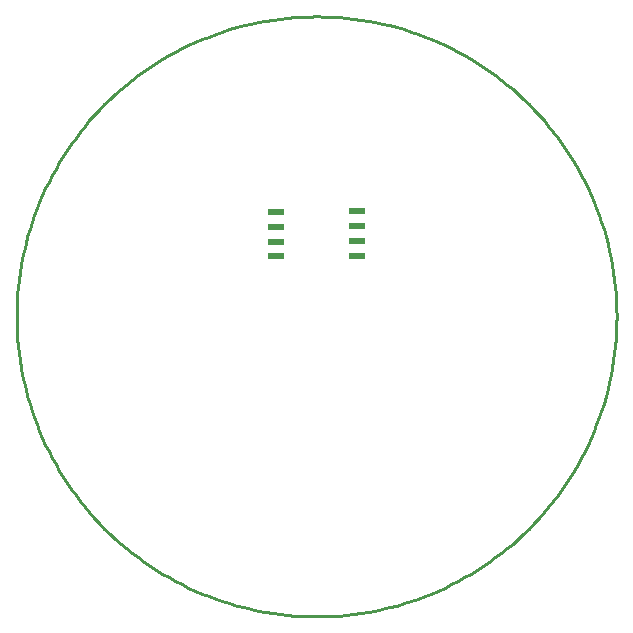
<source format=gbp>
G75*
%MOIN*%
%OFA0B0*%
%FSLAX25Y25*%
%IPPOS*%
%LPD*%
%AMOC8*
5,1,8,0,0,1.08239X$1,22.5*
%
%ADD10C,0.01000*%
%ADD11R,0.05512X0.01969*%
D10*
X0001500Y0114770D02*
X0001530Y0117224D01*
X0001620Y0119677D01*
X0001771Y0122126D01*
X0001982Y0124572D01*
X0002252Y0127011D01*
X0002582Y0129443D01*
X0002972Y0131866D01*
X0003421Y0134279D01*
X0003930Y0136680D01*
X0004497Y0139068D01*
X0005122Y0141441D01*
X0005806Y0143798D01*
X0006547Y0146138D01*
X0007346Y0148459D01*
X0008201Y0150760D01*
X0009112Y0153038D01*
X0010079Y0155294D01*
X0011101Y0157526D01*
X0012178Y0159731D01*
X0013308Y0161910D01*
X0014491Y0164060D01*
X0015727Y0166180D01*
X0017015Y0168270D01*
X0018353Y0170327D01*
X0019742Y0172351D01*
X0021179Y0174340D01*
X0022665Y0176293D01*
X0024199Y0178209D01*
X0025779Y0180087D01*
X0027405Y0181926D01*
X0029075Y0183724D01*
X0030789Y0185481D01*
X0032546Y0187195D01*
X0034344Y0188865D01*
X0036183Y0190491D01*
X0038061Y0192071D01*
X0039977Y0193605D01*
X0041930Y0195091D01*
X0043919Y0196528D01*
X0045943Y0197917D01*
X0048000Y0199255D01*
X0050090Y0200543D01*
X0052210Y0201779D01*
X0054360Y0202962D01*
X0056539Y0204092D01*
X0058744Y0205169D01*
X0060976Y0206191D01*
X0063232Y0207158D01*
X0065510Y0208069D01*
X0067811Y0208924D01*
X0070132Y0209723D01*
X0072472Y0210464D01*
X0074829Y0211148D01*
X0077202Y0211773D01*
X0079590Y0212340D01*
X0081991Y0212849D01*
X0084404Y0213298D01*
X0086827Y0213688D01*
X0089259Y0214018D01*
X0091698Y0214288D01*
X0094144Y0214499D01*
X0096593Y0214650D01*
X0099046Y0214740D01*
X0101500Y0214770D01*
X0103954Y0214740D01*
X0106407Y0214650D01*
X0108856Y0214499D01*
X0111302Y0214288D01*
X0113741Y0214018D01*
X0116173Y0213688D01*
X0118596Y0213298D01*
X0121009Y0212849D01*
X0123410Y0212340D01*
X0125798Y0211773D01*
X0128171Y0211148D01*
X0130528Y0210464D01*
X0132868Y0209723D01*
X0135189Y0208924D01*
X0137490Y0208069D01*
X0139768Y0207158D01*
X0142024Y0206191D01*
X0144256Y0205169D01*
X0146461Y0204092D01*
X0148640Y0202962D01*
X0150790Y0201779D01*
X0152910Y0200543D01*
X0155000Y0199255D01*
X0157057Y0197917D01*
X0159081Y0196528D01*
X0161070Y0195091D01*
X0163023Y0193605D01*
X0164939Y0192071D01*
X0166817Y0190491D01*
X0168656Y0188865D01*
X0170454Y0187195D01*
X0172211Y0185481D01*
X0173925Y0183724D01*
X0175595Y0181926D01*
X0177221Y0180087D01*
X0178801Y0178209D01*
X0180335Y0176293D01*
X0181821Y0174340D01*
X0183258Y0172351D01*
X0184647Y0170327D01*
X0185985Y0168270D01*
X0187273Y0166180D01*
X0188509Y0164060D01*
X0189692Y0161910D01*
X0190822Y0159731D01*
X0191899Y0157526D01*
X0192921Y0155294D01*
X0193888Y0153038D01*
X0194799Y0150760D01*
X0195654Y0148459D01*
X0196453Y0146138D01*
X0197194Y0143798D01*
X0197878Y0141441D01*
X0198503Y0139068D01*
X0199070Y0136680D01*
X0199579Y0134279D01*
X0200028Y0131866D01*
X0200418Y0129443D01*
X0200748Y0127011D01*
X0201018Y0124572D01*
X0201229Y0122126D01*
X0201380Y0119677D01*
X0201470Y0117224D01*
X0201500Y0114770D01*
X0201470Y0112316D01*
X0201380Y0109863D01*
X0201229Y0107414D01*
X0201018Y0104968D01*
X0200748Y0102529D01*
X0200418Y0100097D01*
X0200028Y0097674D01*
X0199579Y0095261D01*
X0199070Y0092860D01*
X0198503Y0090472D01*
X0197878Y0088099D01*
X0197194Y0085742D01*
X0196453Y0083402D01*
X0195654Y0081081D01*
X0194799Y0078780D01*
X0193888Y0076502D01*
X0192921Y0074246D01*
X0191899Y0072014D01*
X0190822Y0069809D01*
X0189692Y0067630D01*
X0188509Y0065480D01*
X0187273Y0063360D01*
X0185985Y0061270D01*
X0184647Y0059213D01*
X0183258Y0057189D01*
X0181821Y0055200D01*
X0180335Y0053247D01*
X0178801Y0051331D01*
X0177221Y0049453D01*
X0175595Y0047614D01*
X0173925Y0045816D01*
X0172211Y0044059D01*
X0170454Y0042345D01*
X0168656Y0040675D01*
X0166817Y0039049D01*
X0164939Y0037469D01*
X0163023Y0035935D01*
X0161070Y0034449D01*
X0159081Y0033012D01*
X0157057Y0031623D01*
X0155000Y0030285D01*
X0152910Y0028997D01*
X0150790Y0027761D01*
X0148640Y0026578D01*
X0146461Y0025448D01*
X0144256Y0024371D01*
X0142024Y0023349D01*
X0139768Y0022382D01*
X0137490Y0021471D01*
X0135189Y0020616D01*
X0132868Y0019817D01*
X0130528Y0019076D01*
X0128171Y0018392D01*
X0125798Y0017767D01*
X0123410Y0017200D01*
X0121009Y0016691D01*
X0118596Y0016242D01*
X0116173Y0015852D01*
X0113741Y0015522D01*
X0111302Y0015252D01*
X0108856Y0015041D01*
X0106407Y0014890D01*
X0103954Y0014800D01*
X0101500Y0014770D01*
X0099046Y0014800D01*
X0096593Y0014890D01*
X0094144Y0015041D01*
X0091698Y0015252D01*
X0089259Y0015522D01*
X0086827Y0015852D01*
X0084404Y0016242D01*
X0081991Y0016691D01*
X0079590Y0017200D01*
X0077202Y0017767D01*
X0074829Y0018392D01*
X0072472Y0019076D01*
X0070132Y0019817D01*
X0067811Y0020616D01*
X0065510Y0021471D01*
X0063232Y0022382D01*
X0060976Y0023349D01*
X0058744Y0024371D01*
X0056539Y0025448D01*
X0054360Y0026578D01*
X0052210Y0027761D01*
X0050090Y0028997D01*
X0048000Y0030285D01*
X0045943Y0031623D01*
X0043919Y0033012D01*
X0041930Y0034449D01*
X0039977Y0035935D01*
X0038061Y0037469D01*
X0036183Y0039049D01*
X0034344Y0040675D01*
X0032546Y0042345D01*
X0030789Y0044059D01*
X0029075Y0045816D01*
X0027405Y0047614D01*
X0025779Y0049453D01*
X0024199Y0051331D01*
X0022665Y0053247D01*
X0021179Y0055200D01*
X0019742Y0057189D01*
X0018353Y0059213D01*
X0017015Y0061270D01*
X0015727Y0063360D01*
X0014491Y0065480D01*
X0013308Y0067630D01*
X0012178Y0069809D01*
X0011101Y0072014D01*
X0010079Y0074246D01*
X0009112Y0076502D01*
X0008201Y0078780D01*
X0007346Y0081081D01*
X0006547Y0083402D01*
X0005806Y0085742D01*
X0005122Y0088099D01*
X0004497Y0090472D01*
X0003930Y0092860D01*
X0003421Y0095261D01*
X0002972Y0097674D01*
X0002582Y0100097D01*
X0002252Y0102529D01*
X0001982Y0104968D01*
X0001771Y0107414D01*
X0001620Y0109863D01*
X0001530Y0112316D01*
X0001500Y0114770D01*
D11*
X0088098Y0134770D03*
X0088098Y0139730D03*
X0088098Y0144730D03*
X0088098Y0149730D03*
X0114902Y0149770D03*
X0114902Y0144770D03*
X0114902Y0139770D03*
X0114902Y0134770D03*
M02*

</source>
